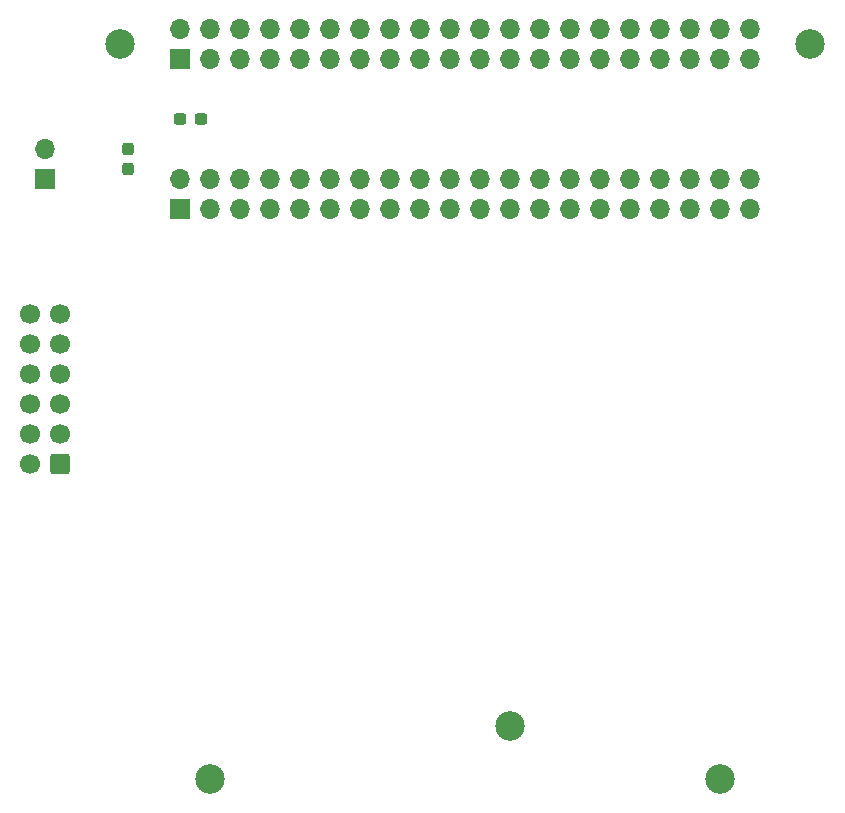
<source format=gts>
G04 #@! TF.GenerationSoftware,KiCad,Pcbnew,7.0.11-7.0.11~ubuntu20.04.1*
G04 #@! TF.CreationDate,2024-08-17T18:13:06+02:00*
G04 #@! TF.ProjectId,kicad-kria-pi4-ext,6b696361-642d-46b7-9269-612d7069342d,1.0*
G04 #@! TF.SameCoordinates,Original*
G04 #@! TF.FileFunction,Soldermask,Top*
G04 #@! TF.FilePolarity,Negative*
%FSLAX46Y46*%
G04 Gerber Fmt 4.6, Leading zero omitted, Abs format (unit mm)*
G04 Created by KiCad (PCBNEW 7.0.11-7.0.11~ubuntu20.04.1) date 2024-08-17 18:13:06*
%MOMM*%
%LPD*%
G01*
G04 APERTURE LIST*
G04 Aperture macros list*
%AMRoundRect*
0 Rectangle with rounded corners*
0 $1 Rounding radius*
0 $2 $3 $4 $5 $6 $7 $8 $9 X,Y pos of 4 corners*
0 Add a 4 corners polygon primitive as box body*
4,1,4,$2,$3,$4,$5,$6,$7,$8,$9,$2,$3,0*
0 Add four circle primitives for the rounded corners*
1,1,$1+$1,$2,$3*
1,1,$1+$1,$4,$5*
1,1,$1+$1,$6,$7*
1,1,$1+$1,$8,$9*
0 Add four rect primitives between the rounded corners*
20,1,$1+$1,$2,$3,$4,$5,0*
20,1,$1+$1,$4,$5,$6,$7,0*
20,1,$1+$1,$6,$7,$8,$9,0*
20,1,$1+$1,$8,$9,$2,$3,0*%
G04 Aperture macros list end*
%ADD10RoundRect,0.237500X-0.300000X-0.237500X0.300000X-0.237500X0.300000X0.237500X-0.300000X0.237500X0*%
%ADD11C,2.500000*%
%ADD12RoundRect,0.237500X-0.237500X0.300000X-0.237500X-0.300000X0.237500X-0.300000X0.237500X0.300000X0*%
%ADD13R,1.700000X1.700000*%
%ADD14O,1.700000X1.700000*%
%ADD15RoundRect,0.250000X0.600000X0.600000X-0.600000X0.600000X-0.600000X-0.600000X0.600000X-0.600000X0*%
%ADD16C,1.700000*%
G04 APERTURE END LIST*
D10*
X101600000Y-55880000D03*
X103325000Y-55880000D03*
D11*
X154940000Y-49530000D03*
X104140000Y-111760000D03*
X96520000Y-49530000D03*
D12*
X97155000Y-58420000D03*
X97155000Y-60145000D03*
D13*
X90170000Y-60955000D03*
D14*
X90170000Y-58415000D03*
D11*
X147320000Y-111760000D03*
D13*
X101600000Y-63500000D03*
D14*
X101600000Y-60960000D03*
X104140000Y-63500000D03*
X104140000Y-60960000D03*
X106680000Y-63500000D03*
X106680000Y-60960000D03*
X109220000Y-63500000D03*
X109220000Y-60960000D03*
X111760000Y-63500000D03*
X111760000Y-60960000D03*
X114300000Y-63500000D03*
X114300000Y-60960000D03*
X116840000Y-63500000D03*
X116840000Y-60960000D03*
X119380000Y-63500000D03*
X119380000Y-60960000D03*
X121920000Y-63500000D03*
X121920000Y-60960000D03*
X124460000Y-63500000D03*
X124460000Y-60960000D03*
X127000000Y-63500000D03*
X127000000Y-60960000D03*
X129540000Y-63500000D03*
X129540000Y-60960000D03*
X132080000Y-63500000D03*
X132080000Y-60960000D03*
X134620000Y-63500000D03*
X134620000Y-60960000D03*
X137160000Y-63500000D03*
X137160000Y-60960000D03*
X139700000Y-63500000D03*
X139700000Y-60960000D03*
X142240000Y-63500000D03*
X142240000Y-60960000D03*
X144780000Y-63500000D03*
X144780000Y-60960000D03*
X147320000Y-63500000D03*
X147320000Y-60960000D03*
X149860000Y-63500000D03*
X149860000Y-60960000D03*
D11*
X129540000Y-107315000D03*
D15*
X91440000Y-85090000D03*
D16*
X88900000Y-85090000D03*
X91440000Y-82550000D03*
X88900000Y-82550000D03*
X91440000Y-80010000D03*
X88900000Y-80010000D03*
X91440000Y-77470000D03*
X88900000Y-77470000D03*
X91440000Y-74930000D03*
X88900000Y-74930000D03*
X91440000Y-72390000D03*
X88900000Y-72390000D03*
D13*
X101600000Y-50800000D03*
D14*
X101600000Y-48260000D03*
X104140000Y-50800000D03*
X104140000Y-48260000D03*
X106680000Y-50800000D03*
X106680000Y-48260000D03*
X109220000Y-50800000D03*
X109220000Y-48260000D03*
X111760000Y-50800000D03*
X111760000Y-48260000D03*
X114300000Y-50800000D03*
X114300000Y-48260000D03*
X116840000Y-50800000D03*
X116840000Y-48260000D03*
X119380000Y-50800000D03*
X119380000Y-48260000D03*
X121920000Y-50800000D03*
X121920000Y-48260000D03*
X124460000Y-50800000D03*
X124460000Y-48260000D03*
X127000000Y-50800000D03*
X127000000Y-48260000D03*
X129540000Y-50800000D03*
X129540000Y-48260000D03*
X132080000Y-50800000D03*
X132080000Y-48260000D03*
X134620000Y-50800000D03*
X134620000Y-48260000D03*
X137160000Y-50800000D03*
X137160000Y-48260000D03*
X139700000Y-50800000D03*
X139700000Y-48260000D03*
X142240000Y-50800000D03*
X142240000Y-48260000D03*
X144780000Y-50800000D03*
X144780000Y-48260000D03*
X147320000Y-50800000D03*
X147320000Y-48260000D03*
X149860000Y-50800000D03*
X149860000Y-48260000D03*
M02*

</source>
